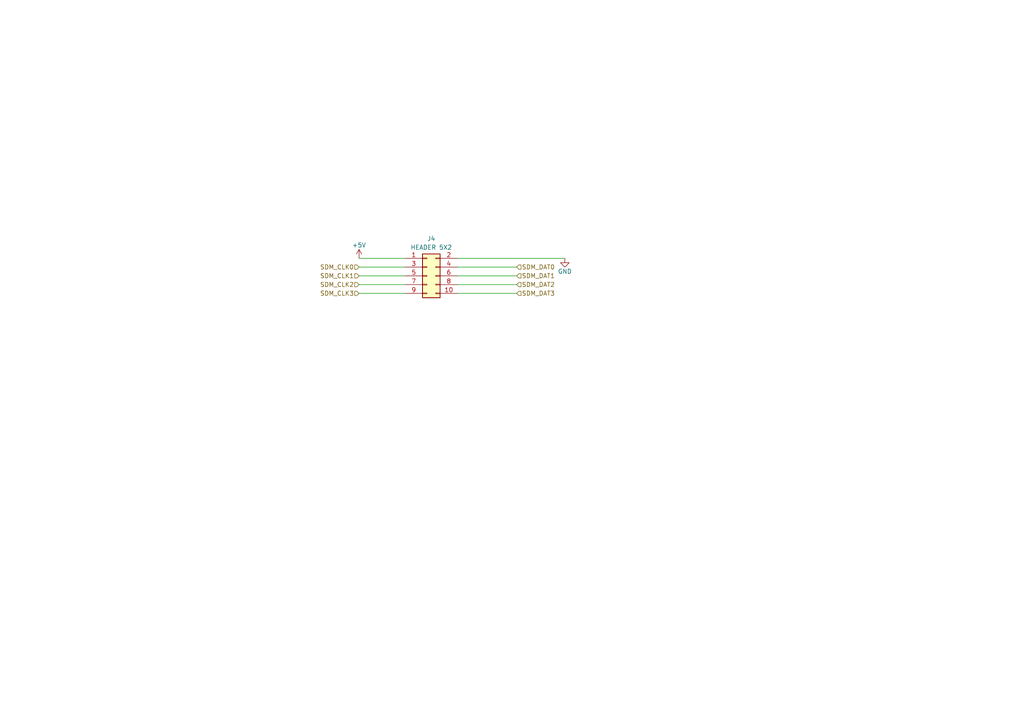
<source format=kicad_sch>
(kicad_sch (version 20230121) (generator eeschema)
  (paper "A4")
  (title_block (title "HPM6P00EVKRevB") (date "2024-10-13") (rev "RevB") (comment 1 "SDM"))
  (lib_symbols
    (symbol "00_HPM_power:+5V" (power) (pin_names (offset 0))
      (property "Value" "+5V" (at 0 3.556 0))
      (symbol "+5V_0_1"
        (polyline (pts (xy -0.762 1.27) (xy 0 2.54)))
        (polyline (pts (xy 0 0) (xy 0 2.54)))
        (polyline (pts (xy 0 2.54) (xy 0.762 1.27)))
      )
      (symbol "+5V_1_1"
        (pin power_in line (at 0 0 90) (length 0) hide (name "+5V") (number "1"))
      )
    )
    (symbol "00_HPM_power:GND" (power)
      (property "Value" "GND" (at 1.27 -6.35 0))
      (symbol "GND_0_0"
        (pin power_in line (at 0 0 0) (length 0) hide (name "GND") (number ""))
      )
      (symbol "GND_0_1"
        (polyline (pts (xy 0 0) (xy 0 -1.27) (xy 1.27 -1.27) (xy 0 -2.54) (xy -1.27 -1.27) (xy 0 -1.27)))
      )
    )
    (symbol "05_HPM_Connector_PinHeader:Conn_02x05"
      (property "Reference" "P4" (at 6.35 5.08 0))
      (property "Value" "Conn_02x05" (at 6.35 2.54 0))
      (symbol "Conn_02x05_1_1"
        (rectangle (start 0 -11.303) (end 1.27 -11.557) (stroke (width 0.1524)))
        (rectangle (start 0 -8.763) (end 1.27 -9.017) (stroke (width 0.1524)))
        (rectangle (start 0 -6.223) (end 1.27 -6.477) (stroke (width 0.1524)))
        (rectangle (start 0 -3.683) (end 1.27 -3.937) (stroke (width 0.1524)))
        (rectangle (start 0 -1.143) (end 1.27 -1.397) (stroke (width 0.1524)))
        (rectangle (start 0 0) (end 5.08 -12.7) (stroke (width 0.254)) (fill (type background)))
        (rectangle (start 5.08 -11.303) (end 3.81 -11.557) (stroke (width 0.1524)))
        (rectangle (start 5.08 -8.763) (end 3.81 -9.017) (stroke (width 0.1524)))
        (rectangle (start 5.08 -6.223) (end 3.81 -6.477) (stroke (width 0.1524)))
        (rectangle (start 5.08 -3.683) (end 3.81 -3.937) (stroke (width 0.1524)))
        (rectangle (start 5.08 -1.143) (end 3.81 -1.397) (stroke (width 0.1524)))
        (pin passive line (at -5.08 -1.27 0) (length 5.08) (name "") (number "1"))
        (pin passive line (at 10.16 -11.43 180) (length 5.08) (name "") (number "10"))
        (pin passive line (at 10.16 -1.27 180) (length 5.08) (name "") (number "2"))
        (pin passive line (at -5.08 -3.81 0) (length 5.08) (name "") (number "3"))
        (pin passive line (at 10.16 -3.81 180) (length 5.08) (name "") (number "4"))
        (pin passive line (at -5.08 -6.35 0) (length 5.08) (name "") (number "5"))
        (pin passive line (at 10.16 -6.35 180) (length 5.08) (name "") (number "6"))
        (pin passive line (at -5.08 -8.89 0) (length 5.08) (name "") (number "7"))
        (pin passive line (at 10.16 -8.89 180) (length 5.08) (name "") (number "8"))
        (pin passive line (at -5.08 -11.43 0) (length 5.08) (name "") (number "9"))
      )
    )
  )
  (wire (pts (xy 149.86 77.47) (xy 132.715 77.47)))
  (wire (pts (xy 104.14 80.01) (xy 117.475 80.01)))
  (wire (pts (xy 104.14 77.47) (xy 117.475 77.47)))
  (wire (pts (xy 104.14 82.55) (xy 117.475 82.55)))
  (wire (pts (xy 104.14 85.09) (xy 117.475 85.09)))
  (wire (pts (xy 149.86 80.01) (xy 132.715 80.01)))
  (wire (pts (xy 163.83 74.93) (xy 132.715 74.93)))
  (wire (pts (xy 149.86 82.55) (xy 132.715 82.55)))
  (wire (pts (xy 104.14 74.93) (xy 117.475 74.93)))
  (wire (pts (xy 149.86 85.09) (xy 132.715 85.09)))
  (hierarchical_label "SDM_CLK0" (shape input) (at 104.14 77.47 180))
  (hierarchical_label "SDM_DAT0" (shape input) (at 149.86 77.47 0))
  (hierarchical_label "SDM_DAT1" (shape input) (at 149.86 80.01 0))
  (hierarchical_label "SDM_CLK3" (shape input) (at 104.14 85.09 180))
  (hierarchical_label "SDM_DAT3" (shape input) (at 149.86 85.09 0))
  (hierarchical_label "SDM_DAT2" (shape input) (at 149.86 82.55 0))
  (hierarchical_label "SDM_CLK1" (shape input) (at 104.14 80.01 180))
  (hierarchical_label "SDM_CLK2" (shape input) (at 104.14 82.55 180))
  (symbol (lib_id "05_HPM_Connector_PinHeader:Conn_02x05") (at 122.555 73.66 0) (unit 1)
    (property "Reference" "J4" (at 125.095 69.215 0))
    (property "Value" "HEADER 5X2" (at 125.095 71.755 0))
    (property "Footprint" "05_HPM_Connector_PinHeader:PinHeader_2x05_P2.54mm_Vertical" (effects hide))
    (property "Model" "PZ254V-12-10P" (effects hide))
    (property "Company" " XFCN(兴飞) " (effects hide))
  )
  (symbol (lib_id "00_HPM_power:GND") (at 163.83 74.93 0) (mirror y) (unit 1)
    (property "Reference" "#PWR0127" (effects hide))
    (property "Value" "GND" (at 163.83 78.74 0))
    (instances (project "HPM62_63_144_ADC_EVK_RevB" (path "" (reference "#PWR0127") (unit 1)) (path "" (reference "#PWR0265") (unit 1))) (project "EVK_REVC" (path "" (reference "#PWR0458") (unit 1))) (project "HPM600ADCEVKRevB" (path "" (reference "#PWR040") (unit 1))))
  )
  (symbol (lib_id "00_HPM_power:+5V") (at 104.14 74.93 0) (unit 1)
    (property "Reference" "#PWR040" (effects hide))
    (property "Value" "+5V" (at 104.14 71.12 0))
    (instances (project "HPM62_63_144_ADC_EVK_RevB" (path "" (reference "#PWR040") (unit 1)) (path "" (reference "#PWR085") (unit 1)) (path "" (reference "#PWR0264") (unit 1))) (project "Four_Servo_HPM6280_MB" (path "" (reference "#PWR054") (unit 1))) (project "HPM600ADCEVKRevB" (path "" (reference "#PWR039") (unit 1))))
  )
)
</source>
